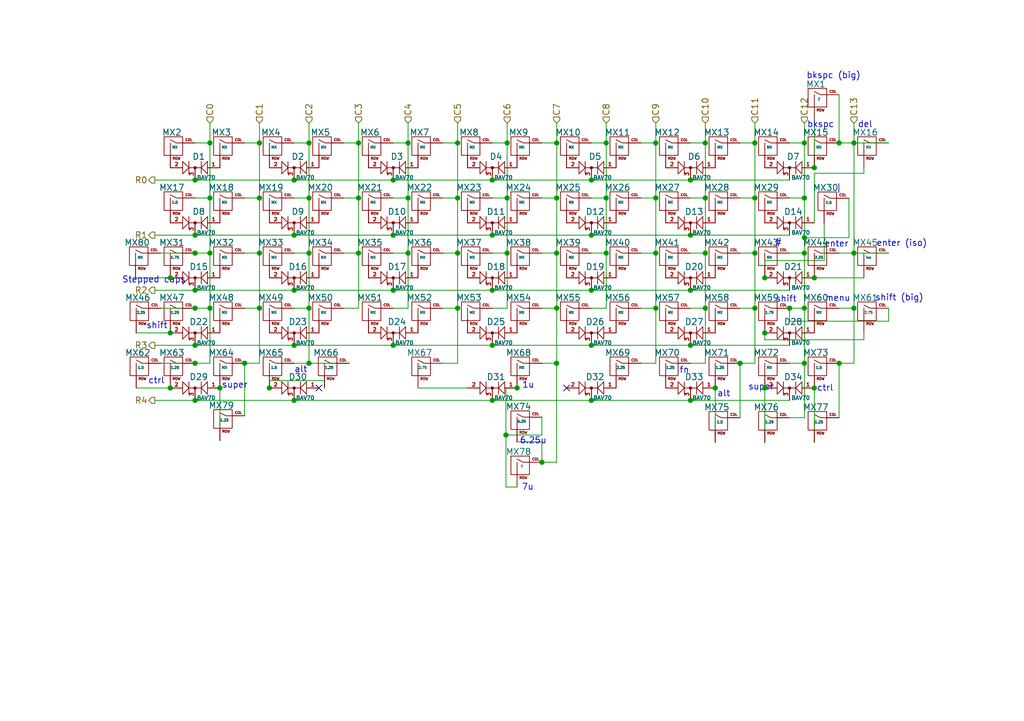
<source format=kicad_sch>
(kicad_sch (version 20230121) (generator eeschema)
  (paper "A5")
  (title_block (title "Switch Matrix") (date "2021-09-14") (rev "1.0") (company "0xCB") (comment 1 "Conor Burns"))
  (lib_symbols
    (symbol "0xCB:BAV70" (pin_names (offset 0.762) hide)
      (property "Reference" "D" (at 0.635 -2.54 0))
      (property "Value" "BAV70" (at 0 2.54 0))
      (symbol "BAV70_0_1"
        (polyline (pts (xy -1.27 1.27) (xy -1.27 -1.27)))
        (polyline (pts (xy 1.27 0) (xy -1.27 0)))
        (polyline (pts (xy 1.27 1.27) (xy 1.27 -1.27)))
        (polyline (pts (xy -2.54 1.27) (xy -2.54 -1.27) (xy -1.27 0) (xy -2.54 1.27)))
        (polyline (pts (xy 2.54 1.27) (xy 2.54 -1.27) (xy 1.27 0) (xy 2.54 1.27)))
        (circle (center 0 0) (radius 0.254) (fill (type outline)))
      )
      (symbol "BAV70_1_1"
        (pin input line (at -5.08 0 0) (length 2.54) (name "A1") (number "1"))
        (pin input line (at 5.08 0 180) (length 2.54) (name "A2") (number "2"))
        (pin passive line (at 0 -2.54 90) (length 2.54) (name "K") (number "3"))
      )
    )
    (symbol "0xCB:MX" (pin_names (offset 1.016))
      (property "Reference" "MX" (at -0.635 1.905 0))
      (property "Value" "MX" (at 0.635 0.635 0))
      (symbol "MX_1_0"
        (text "COL" (at 2.54 0.635 0) (effects (font (size 0.508 0.508))))
      )
      (symbol "MX_1_1"
        (polyline (pts (xy -1.27 -2.54) (xy -1.27 0)))
        (polyline (pts (xy 1.27 0) (xy 0 0) (xy -1.27 0.635)))
        (polyline (pts (xy -2.54 1.27) (xy 1.27 1.27) (xy 1.27 -2.54) (xy -2.54 -2.54) (xy -2.54 1.27)))
        (text "ROW" (at 0 -3.175 0) (effects (font (size 0.508 0.508))))
        (pin passive line (at 3.81 0 180) (length 2.54) (name "COL") (number "1"))
        (pin passive line (at -1.27 -5.08 90) (length 2.54) (name "ROW") (number "2"))
      )
    )
  )
  (junction (at 121.285 36.957))
  (junction (at 164.973 29.337))
  (junction (at 83.693 29.337))
  (junction (at 164.973 48.768))
  (junction (at 114.173 51.943))
  (junction (at 100.965 70.866))
  (junction (at 40.005 70.866))
  (junction (at 80.645 36.957))
  (junction (at 114.173 40.64))
  (junction (at 167.005 34.417))
  (junction (at 164.973 63.246))
  (junction (at 154.813 40.64))
  (junction (at 156.845 68.326))
  (junction (at 100.965 48.26))
  (junction (at 73.533 29.337))
  (junction (at 141.605 82.169))
  (junction (at 100.965 82.169))
  (junction (at 100.965 36.957))
  (junction (at 144.653 40.64))
  (junction (at 40.005 59.563))
  (junction (at 104.013 29.337))
  (junction (at 124.333 40.64))
  (junction (at 63.373 29.337))
  (junction (at 40.005 51.943))
  (junction (at 34.925 79.629))
  (junction (at 34.925 68.326))
  (junction (at 40.005 63.246))
  (junction (at 172.085 29.337))
  (junction (at 141.605 36.957))
  (junction (at 151.765 74.549))
  (junction (at 144.653 29.337))
  (junction (at 50.165 74.549))
  (junction (at 121.285 48.26))
  (junction (at 134.493 51.943))
  (junction (at 53.213 63.246))
  (junction (at 43.053 40.64))
  (junction (at 156.845 79.629))
  (junction (at 55.245 79.629))
  (junction (at 134.493 40.64))
  (junction (at 124.333 29.337))
  (junction (at 106.045 79.629))
  (junction (at 141.605 70.866))
  (junction (at 124.333 51.943))
  (junction (at 93.853 29.337))
  (junction (at 134.493 29.337))
  (junction (at 43.053 29.337))
  (junction (at 43.053 63.246))
  (junction (at 114.1454 74.549))
  (junction (at 40.005 36.957))
  (junction (at 161.925 63.246))
  (junction (at 175.133 29.337))
  (junction (at 60.325 70.866))
  (junction (at 100.965 59.563))
  (junction (at 45.085 79.629))
  (junction (at 154.813 51.943))
  (junction (at 53.213 29.337))
  (junction (at 73.533 40.64))
  (junction (at 83.693 51.943))
  (junction (at 121.285 59.563))
  (junction (at 103.759 89.281))
  (junction (at 141.605 59.563))
  (junction (at 154.813 63.246))
  (junction (at 60.325 36.957))
  (junction (at 83.693 40.64))
  (junction (at 164.973 51.943))
  (junction (at 63.373 74.549))
  (junction (at 134.493 63.246))
  (junction (at 73.533 51.943))
  (junction (at 60.325 82.169))
  (junction (at 53.213 51.943))
  (junction (at 121.285 82.169))
  (junction (at 34.925 57.023))
  (junction (at 144.653 51.943))
  (junction (at 93.853 63.246))
  (junction (at 43.053 51.943))
  (junction (at 175.133 51.943))
  (junction (at 167.005 57.023))
  (junction (at 141.605 48.26))
  (junction (at 156.845 57.023))
  (junction (at 144.653 63.246))
  (junction (at 93.853 51.943))
  (junction (at 104.013 51.943))
  (junction (at 40.005 74.549))
  (junction (at 111.125 94.869))
  (junction (at 172.085 74.549))
  (junction (at 114.173 63.246))
  (junction (at 63.373 63.246))
  (junction (at 104.013 40.64))
  (junction (at 40.005 82.169))
  (junction (at 167.005 79.629))
  (junction (at 93.853 40.64))
  (junction (at 164.973 74.549))
  (junction (at 121.285 70.866))
  (junction (at 164.973 40.64))
  (junction (at 80.645 70.866))
  (junction (at 60.325 59.563))
  (junction (at 114.173 29.337))
  (junction (at 175.133 63.246))
  (junction (at 63.373 51.943))
  (junction (at 154.813 29.337))
  (junction (at 63.373 40.64))
  (junction (at 53.213 40.64))
  (junction (at 146.685 79.629))
  (junction (at 80.645 48.26))
  (junction (at 40.005 48.26))
  (junction (at 60.325 48.26))
  (junction (at 80.645 59.563))
  (no_connect (at 116.205 79.629))
  (no_connect (at 65.405 79.629))
  (wire (pts (xy 141.605 36.957) (xy 161.925 36.957)))
  (wire (pts (xy 93.853 51.943) (xy 90.805 51.943)))
  (wire (pts (xy 114.173 40.64) (xy 114.173 29.337)))
  (wire (pts (xy 63.373 40.64) (xy 63.373 29.337)))
  (wire (pts (xy 93.853 51.943) (xy 93.853 40.64)))
  (wire (pts (xy 167.005 57.023) (xy 177.165 57.023)))
  (wire (pts (xy 63.373 29.337) (xy 60.325 29.337)))
  (wire (pts (xy 43.053 51.943) (xy 40.005 51.943)))
  (wire (pts (xy 63.373 63.246) (xy 63.373 51.943)))
  (wire (pts (xy 134.493 74.549) (xy 134.493 63.246)))
  (wire (pts (xy 144.653 51.943) (xy 144.653 40.64)))
  (wire (pts (xy 114.173 51.943) (xy 111.125 51.943)))
  (wire (pts (xy 33.02 74.549) (xy 40.005 74.549)))
  (wire (pts (xy 40.005 36.957) (xy 60.325 36.957)))
  (wire (pts (xy 164.973 40.64) (xy 164.973 29.337)))
  (wire (pts (xy 60.325 82.169) (xy 100.965 82.169)))
  (wire (pts (xy 141.605 59.563) (xy 161.925 59.563)))
  (wire (pts (xy 167.005 35.56) (xy 167.005 45.72)))
  (wire (pts (xy 175.133 74.549) (xy 175.133 63.246)))
  (wire (pts (xy 103.759 79.629) (xy 103.759 89.281)))
  (wire (pts (xy 103.759 79.629) (xy 106.045 79.629)))
  (wire (pts (xy 103.759 99.949) (xy 103.759 89.281)))
  (wire (pts (xy 106.045 99.949) (xy 103.759 99.949)))
  (wire (pts (xy 161.925 65.913) (xy 161.925 63.246)))
  (wire (pts (xy 182.245 63.246) (xy 182.245 65.913)))
  (wire (pts (xy 182.245 65.913) (xy 161.925 65.913)))
  (wire (pts (xy 167.005 24.511) (xy 167.005 34.417)))
  (wire (pts (xy 100.965 70.866) (xy 80.645 70.866)))
  (wire (pts (xy 53.213 51.943) (xy 53.213 40.64)))
  (wire (pts (xy 144.653 63.246) (xy 144.653 51.943)))
  (wire (pts (xy 175.133 29.337) (xy 182.245 29.337)))
  (wire (pts (xy 27.94 79.629) (xy 34.925 79.629)))
  (wire (pts (xy 60.325 59.563) (xy 80.645 59.563)))
  (wire (pts (xy 111.125 40.64) (xy 114.173 40.64)))
  (wire (pts (xy 141.605 74.549) (xy 144.653 74.549)))
  (wire (pts (xy 144.653 74.549) (xy 144.653 63.246)))
  (wire (pts (xy 144.653 29.337) (xy 141.605 29.337)))
  (wire (pts (xy 104.013 63.246) (xy 104.013 51.943)))
  (wire (pts (xy 161.925 48.26) (xy 141.605 48.26)))
  (wire (pts (xy 104.013 25.273) (xy 104.013 29.337)))
  (wire (pts (xy 83.693 51.943) (xy 80.645 51.943)))
  (wire (pts (xy 93.853 63.246) (xy 93.853 51.943)))
  (wire (pts (xy 43.053 74.549) (xy 43.053 63.246)))
  (wire (pts (xy 73.533 29.337) (xy 70.485 29.337)))
  (wire (pts (xy 104.013 51.943) (xy 104.013 40.64)))
  (wire (pts (xy 154.813 29.337) (xy 151.765 29.337)))
  (wire (pts (xy 100.965 36.957) (xy 121.285 36.957)))
  (wire (pts (xy 31.75 82.169) (xy 40.005 82.169)))
  (wire (pts (xy 124.333 51.943) (xy 121.285 51.943)))
  (wire (pts (xy 40.005 70.866) (xy 31.75 70.866)))
  (wire (pts (xy 154.813 25.273) (xy 154.813 29.337)))
  (wire (pts (xy 103.759 89.281) (xy 111.125 89.281)))
  (wire (pts (xy 53.213 74.549) (xy 50.165 74.549)))
  (wire (pts (xy 50.165 63.246) (xy 53.213 63.246)))
  (wire (pts (xy 93.853 25.273) (xy 93.853 29.337)))
  (wire (pts (xy 121.285 59.563) (xy 141.605 59.563)))
  (wire (pts (xy 27.94 68.326) (xy 34.925 68.326)))
  (wire (pts (xy 175.133 63.246) (xy 175.133 51.943)))
  (wire (pts (xy 154.813 74.549) (xy 154.813 63.246)))
  (wire (pts (xy 43.053 29.337) (xy 40.005 29.337)))
  (wire (pts (xy 93.853 29.337) (xy 90.805 29.337)))
  (wire (pts (xy 141.605 48.26) (xy 121.285 48.26)))
  (wire (pts (xy 161.925 51.943) (xy 164.973 51.943)))
  (wire (pts (xy 172.085 19.431) (xy 172.085 29.337)))
  (wire (pts (xy 100.965 63.246) (xy 104.013 63.246)))
  (wire (pts (xy 164.973 40.64) (xy 164.973 48.768)))
  (wire (pts (xy 164.973 48.768) (xy 164.973 51.943)))
  (wire (pts (xy 164.973 51.943) (xy 164.973 63.246)))
  (wire (pts (xy 131.445 63.246) (xy 134.493 63.246)))
  (wire (pts (xy 73.533 51.943) (xy 73.533 40.64)))
  (wire (pts (xy 154.813 51.943) (xy 154.813 40.64)))
  (wire (pts (xy 43.053 40.64) (xy 43.053 29.337)))
  (wire (pts (xy 121.285 70.866) (xy 100.965 70.866)))
  (wire (pts (xy 83.693 25.273) (xy 83.693 29.337)))
  (wire (pts (xy 40.005 59.563) (xy 60.325 59.563)))
  (wire (pts (xy 146.685 79.629) (xy 146.685 90.805)))
  (wire (pts (xy 73.533 40.64) (xy 73.533 29.337)))
  (wire (pts (xy 50.165 40.64) (xy 53.213 40.64)))
  (wire (pts (xy 156.845 69.723) (xy 156.845 68.326)))
  (wire (pts (xy 177.165 68.326) (xy 177.165 69.723)))
  (wire (pts (xy 177.165 69.723) (xy 156.845 69.723)))
  (wire (pts (xy 144.653 40.64) (xy 144.653 29.337)))
  (wire (pts (xy 114.1454 74.549) (xy 111.125 74.549)))
  (wire (pts (xy 114.173 74.549) (xy 114.1454 74.549)))
  (wire (pts (xy 80.645 63.246) (xy 83.693 63.246)))
  (wire (pts (xy 31.75 36.957) (xy 40.005 36.957)))
  (wire (pts (xy 60.325 36.957) (xy 80.645 36.957)))
  (wire (pts (xy 134.493 63.246) (xy 134.493 51.943)))
  (wire (pts (xy 175.133 25.273) (xy 175.133 29.337)))
  (wire (pts (xy 55.245 78.105) (xy 55.245 79.629)))
  (wire (pts (xy 66.548 78.105) (xy 55.245 78.105)))
  (wire (pts (xy 66.548 79.629) (xy 66.548 78.105)))
  (wire (pts (xy 175.133 74.549) (xy 172.085 74.549)))
  (wire (pts (xy 177.165 34.417) (xy 177.165 35.56)))
  (wire (pts (xy 177.165 35.56) (xy 167.005 35.56)))
  (wire (pts (xy 83.693 40.64) (xy 83.693 29.337)))
  (wire (pts (xy 172.085 74.549) (xy 172.085 85.725)))
  (wire (pts (xy 121.285 40.64) (xy 124.333 40.64)))
  (wire (pts (xy 32.893 51.943) (xy 40.005 51.943)))
  (wire (pts (xy 154.813 63.246) (xy 154.813 51.943)))
  (wire (pts (xy 141.605 63.246) (xy 144.653 63.246)))
  (wire (pts (xy 151.765 63.246) (xy 154.813 63.246)))
  (wire (pts (xy 73.533 63.246) (xy 73.533 51.943)))
  (wire (pts (xy 121.285 48.26) (xy 100.965 48.26)))
  (wire (pts (xy 124.333 40.64) (xy 124.333 29.337)))
  (wire (pts (xy 161.925 63.246) (xy 164.973 63.246)))
  (wire (pts (xy 154.813 74.549) (xy 151.765 74.549)))
  (wire (pts (xy 53.213 25.273) (xy 53.213 29.337)))
  (wire (pts (xy 80.645 70.866) (xy 60.325 70.866)))
  (wire (pts (xy 73.533 25.273) (xy 73.533 29.337)))
  (wire (pts (xy 60.325 70.866) (xy 40.005 70.866)))
  (wire (pts (xy 104.013 29.337) (xy 100.965 29.337)))
  (wire (pts (xy 104.013 51.943) (xy 100.965 51.943)))
  (wire (pts (xy 93.853 40.64) (xy 93.853 29.337)))
  (wire (pts (xy 154.813 40.64) (xy 154.813 29.337)))
  (wire (pts (xy 144.653 51.943) (xy 141.605 51.943)))
  (wire (pts (xy 134.493 51.943) (xy 131.445 51.943)))
  (wire (pts (xy 100.965 48.26) (xy 80.645 48.26)))
  (wire (pts (xy 114.173 25.273) (xy 114.173 29.337)))
  (wire (pts (xy 85.725 79.629) (xy 95.885 79.629)))
  (wire (pts (xy 172.085 63.246) (xy 175.133 63.246)))
  (wire (pts (xy 43.053 51.943) (xy 43.053 40.64)))
  (wire (pts (xy 134.493 51.943) (xy 134.493 40.64)))
  (wire (pts (xy 53.213 40.64) (xy 53.213 29.337)))
  (wire (pts (xy 60.325 40.64) (xy 63.373 40.64)))
  (wire (pts (xy 131.445 40.64) (xy 134.493 40.64)))
  (wire (pts (xy 63.373 25.273) (xy 63.373 29.337)))
  (wire (pts (xy 161.925 40.64) (xy 164.973 40.64)))
  (wire (pts (xy 134.493 40.64) (xy 134.493 29.337)))
  (wire (pts (xy 131.445 74.549) (xy 134.493 74.549)))
  (wire (pts (xy 114.173 63.246) (xy 114.173 51.943)))
  (wire (pts (xy 175.133 29.337) (xy 175.133 51.943)))
  (wire (pts (xy 63.373 51.943) (xy 60.325 51.943)))
  (wire (pts (xy 104.013 40.64) (xy 104.013 29.337)))
  (wire (pts (xy 151.765 40.64) (xy 154.813 40.64)))
  (wire (pts (xy 111.125 89.281) (xy 111.125 85.598)))
  (wire (pts (xy 144.653 25.273) (xy 144.653 29.337)))
  (wire (pts (xy 121.285 63.246) (xy 124.333 63.246)))
  (wire (pts (xy 100.965 40.64) (xy 104.013 40.64)))
  (wire (pts (xy 175.133 29.337) (xy 172.085 29.337)))
  (wire (pts (xy 43.053 25.273) (xy 43.053 29.337)))
  (wire (pts (xy 53.213 29.337) (xy 50.165 29.337)))
  (wire (pts (xy 111.125 94.869) (xy 114.1454 94.869)))
  (wire (pts (xy 114.1454 94.869) (xy 114.1454 74.549)))
  (wire (pts (xy 114.173 29.337) (xy 111.125 29.337)))
  (wire (pts (xy 31.75 59.563) (xy 40.005 59.563)))
  (wire (pts (xy 80.645 48.26) (xy 60.325 48.26)))
  (wire (pts (xy 141.605 70.866) (xy 121.285 70.866)))
  (wire (pts (xy 80.645 36.957) (xy 100.965 36.957)))
  (wire (pts (xy 114.173 51.943) (xy 114.173 40.64)))
  (wire (pts (xy 175.133 51.943) (xy 172.085 51.943)))
  (wire (pts (xy 167.005 79.629) (xy 167.005 90.805)))
  (wire (pts (xy 63.373 74.549) (xy 63.373 63.246)))
  (wire (pts (xy 33.02 63.246) (xy 40.005 63.246)))
  (wire (pts (xy 40.005 63.246) (xy 43.053 63.246)))
  (wire (pts (xy 151.765 74.549) (xy 151.765 85.725)))
  (wire (pts (xy 124.333 25.273) (xy 124.333 29.337)))
  (wire (pts (xy 124.333 51.943) (xy 124.333 40.64)))
  (wire (pts (xy 90.805 63.246) (xy 93.853 63.246)))
  (wire (pts (xy 63.373 51.943) (xy 63.373 40.64)))
  (wire (pts (xy 43.053 63.246) (xy 43.053 51.943)))
  (wire (pts (xy 40.005 82.169) (xy 60.325 82.169)))
  (wire (pts (xy 161.925 85.725) (xy 164.973 85.725)))
  (wire (pts (xy 164.973 85.725) (xy 164.973 74.549)))
  (wire (pts (xy 100.965 59.563) (xy 121.285 59.563)))
  (wire (pts (xy 60.325 74.549) (xy 63.373 74.549)))
  (wire (pts (xy 63.373 74.549) (xy 71.628 74.549)))
  (wire (pts (xy 83.693 63.246) (xy 83.693 51.943)))
  (wire (pts (xy 164.973 48.768) (xy 174.1025 48.768)))
  (wire (pts (xy 174.1025 48.768) (xy 174.1025 40.6775)))
  (wire (pts (xy 141.605 82.169) (xy 161.925 82.169)))
  (wire (pts (xy 90.805 40.64) (xy 93.853 40.64)))
  (wire (pts (xy 124.333 63.246) (xy 124.333 51.943)))
  (wire (pts (xy 73.533 51.943) (xy 70.485 51.943)))
  (wire (pts (xy 161.925 70.866) (xy 141.605 70.866)))
  (wire (pts (xy 141.605 40.64) (xy 144.653 40.64)))
  (wire (pts (xy 83.693 51.943) (xy 83.693 40.64)))
  (wire (pts (xy 156.845 79.629) (xy 156.845 90.805)))
  (wire (pts (xy 27.813 57.023) (xy 34.925 57.023)))
  (wire (pts (xy 80.645 40.64) (xy 83.693 40.64)))
  (wire (pts (xy 100.965 82.169) (xy 121.285 82.169)))
  (wire (pts (xy 121.285 82.169) (xy 141.605 82.169)))
  (wire (pts (xy 164.973 74.549) (xy 164.973 63.246)))
  (wire (pts (xy 83.693 29.337) (xy 80.645 29.337)))
  (wire (pts (xy 40.005 40.64) (xy 43.053 40.64)))
  (wire (pts (xy 124.333 29.337) (xy 121.285 29.337)))
  (wire (pts (xy 164.973 74.549) (xy 161.925 74.549)))
  (wire (pts (xy 134.493 29.337) (xy 131.445 29.337)))
  (wire (pts (xy 70.485 40.64) (xy 73.533 40.64)))
  (wire (pts (xy 164.973 29.337) (xy 161.925 29.337)))
  (wire (pts (xy 90.805 74.549) (xy 93.853 74.549)))
  (wire (pts (xy 93.853 74.549) (xy 93.853 63.246)))
  (wire (pts (xy 121.285 36.957) (xy 141.605 36.957)))
  (wire (pts (xy 169.037 45.7575) (xy 169.0225 45.7575)))
  (wire (pts (xy 169.037 53.467) (xy 169.037 45.7575)))
  (wire (pts (xy 40.005 48.26) (xy 31.75 48.26)))
  (wire (pts (xy 60.325 63.246) (xy 63.373 63.246)))
  (wire (pts (xy 134.493 25.273) (xy 134.493 29.337)))
  (wire (pts (xy 70.485 63.246) (xy 73.533 63.246)))
  (wire (pts (xy 111.125 63.246) (xy 114.173 63.246)))
  (wire (pts (xy 114.173 74.549) (xy 114.173 63.246)))
  (wire (pts (xy 164.973 25.273) (xy 164.973 29.337)))
  (wire (pts (xy 106.045 90.678) (xy 111.125 90.678)))
  (wire (pts (xy 111.125 90.678) (xy 111.125 94.869)))
  (wire (pts (xy 175.133 51.943) (xy 182.245 51.943)))
  (wire (pts (xy 53.213 51.943) (xy 53.213 63.246)))
  (wire (pts (xy 53.213 63.246) (xy 53.213 74.549)))
  (wire (pts (xy 43.053 74.549) (xy 40.005 74.549)))
  (wire (pts (xy 156.845 53.467) (xy 156.845 57.023)))
  (wire (pts (xy 169.037 53.467) (xy 156.845 53.467)))
  (wire (pts (xy 45.085 79.629) (xy 45.085 90.424)))
  (wire (pts (xy 53.213 51.943) (xy 50.165 51.943)))
  (wire (pts (xy 60.325 48.26) (xy 40.005 48.26)))
  (wire (pts (xy 50.165 74.549) (xy 50.165 85.344)))
  (wire (pts (xy 154.813 51.943) (xy 151.765 51.943)))
  (wire (pts (xy 80.645 59.563) (xy 100.965 59.563)))
  (text "#" (at 158.877 50.673 0) (effects (font (size 1.27 1.27)) (justify left bottom)))
  (text "super" (at 153.416 80.264 0) (effects (font (size 1.27 1.27)) (justify left bottom)))
  (text "|" (at 171.323 39.497 0) (effects (font (size 1.27 1.27)) (justify left bottom)))
  (text "del\n" (at 175.895 26.416 0) (effects (font (size 1.27 1.27)) (justify left bottom)))
  (text "alt" (at 60.325 76.708 0) (effects (font (size 1.27 1.27)) (justify left bottom)))
  (text "super" (at 45.466 79.883 0) (effects (font (size 1.27 1.27)) (justify left bottom)))
  (text "bkspc\n" (at 165.481 26.416 0) (effects (font (size 1.27 1.27)) (justify left bottom)))
  (text "enter" (at 169.037 50.927 0) (effects (font (size 1.27 1.27)) (justify left bottom)))
  (text "fn" (at 139.319 76.835 0) (effects (font (size 1.27 1.27)) (justify left bottom)))
  (text "menu" (at 169.164 62.103 0) (effects (font (size 1.27 1.27)) (justify left bottom)))
  (text "ctrl" (at 167.513 80.518 0) (effects (font (size 1.27 1.27)) (justify left bottom)))
  (text "7u\n" (at 106.934 100.838 0) (effects (font (size 1.27 1.27)) (justify left bottom)))
  (text "enter (iso)" (at 179.705 50.8 0) (effects (font (size 1.27 1.27)) (justify left bottom)))
  (text "shift\n" (at 159.004 62.23 0) (effects (font (size 1.27 1.27)) (justify left bottom)))
  (text "ctrl" (at 30.353 78.994 0) (effects (font (size 1.27 1.27)) (justify left bottom)))
  (text "6.25u" (at 106.553 91.313 0) (effects (font (size 1.27 1.27)) (justify left bottom)))
  (text "alt" (at 147.066 81.661 0) (effects (font (size 1.27 1.27)) (justify left bottom)))
  (text "1u" (at 107.061 79.883 0) (effects (font (size 1.27 1.27)) (justify left bottom)))
  (text "shift (big)" (at 179.451 61.976 0) (effects (font (size 1.27 1.27)) (justify left bottom)))
  (text "shift" (at 29.972 67.691 0) (effects (font (size 1.27 1.27)) (justify left bottom)))
  (text "Stepped caps" (at 25.019 58.293 0) (effects (font (size 1.27 1.27)) (justify left bottom)))
  (text "bkspc (big)\n\n" (at 165.354 18.415 0) (effects (font (size 1.27 1.27)) (justify left bottom)))
  (hierarchical_label "R0" (shape output) (at 31.75 36.957 180))
  (hierarchical_label "C4" (shape input) (at 83.693 25.273 90))
  (hierarchical_label "C3" (shape input) (at 73.533 25.273 90))
  (hierarchical_label "R1" (shape output) (at 31.75 48.26 180))
  (hierarchical_label "C0" (shape input) (at 43.053 25.273 90))
  (hierarchical_label "R2" (shape output) (at 31.75 59.563 180))
  (hierarchical_label "C7" (shape input) (at 114.173 25.273 90))
  (hierarchical_label "C1" (shape input) (at 53.213 25.273 90))
  (hierarchical_label "R4" (shape output) (at 31.75 82.169 180))
  (hierarchical_label "C10" (shape input) (at 144.653 25.273 90))
  (hierarchical_label "C9" (shape input) (at 134.493 25.273 90))
  (hierarchical_label "C13" (shape input) (at 175.133 25.273 90))
  (hierarchical_label "R3" (shape output) (at 31.75 70.866 180))
  (hierarchical_label "C12" (shape input) (at 164.973 25.273 90))
  (hierarchical_label "C5" (shape input) (at 93.853 25.273 90))
  (hierarchical_label "C2" (shape input) (at 63.373 25.273 90))
  (hierarchical_label "C11" (shape input) (at 154.813 25.273 90))
  (hierarchical_label "C6" (shape input) (at 104.013 25.273 90))
  (hierarchical_label "C8" (shape input) (at 124.333 25.273 90))
  (symbol (lib_id "0xCB:BAV70") (at 80.645 57.023 0) (mirror y) (unit 1)
    (property "Reference" "D17" (at 81.407 54.737 0))
    (property "Value" "BAV70" (at 82.931 59.055 0) (effects (font (size 0.8 0.8))))
    (property "Footprint" "Package_TO_SOT_SMD:SOT-23" (effects hide))
    (property "Datasheet" "https://assets.nexperia.com/documents/data-sheet/BAV70_SER.pdf" (effects hide))
  )
  (symbol (lib_id "0xCB:BAV70") (at 60.325 34.417 0) (mirror y) (unit 1)
    (property "Reference" "D2" (at 61.087 32.131 0))
    (property "Value" "BAV70" (at 62.611 36.449 0) (effects (font (size 0.8 0.8))))
    (property "Footprint" "Package_TO_SOT_SMD:SOT-23" (effects hide))
    (property "Datasheet" "https://assets.nexperia.com/documents/data-sheet/BAV70_SER.pdf" (effects hide))
  )
  (symbol (lib_id "0xCB:BAV70") (at 80.645 34.417 0) (mirror y) (unit 1)
    (property "Reference" "D3" (at 81.407 32.131 0))
    (property "Value" "BAV70" (at 82.931 36.449 0) (effects (font (size 0.8 0.8))))
    (property "Footprint" "Package_TO_SOT_SMD:SOT-23" (effects hide))
    (property "Datasheet" "https://assets.nexperia.com/documents/data-sheet/BAV70_SER.pdf" (effects hide))
  )
  (symbol (lib_id "0xCB:MX") (at 117.475 63.246 0) (unit 1)
    (property "Reference" "MX55" (at 116.5225 61.087 0))
    (property "Value" "MX" (at 117.1575 64.135 0) (effects (font (size 0.508 0.508))))
    (property "Footprint" "0xCB:SW_Cherry_MX_PCB_1.00u" (effects hide))
  )
  (symbol (lib_id "0xCB:BAV70") (at 141.605 79.629 0) (mirror y) (unit 1)
    (property "Reference" "D33" (at 142.367 77.343 0))
    (property "Value" "BAV70" (at 143.891 81.661 0) (effects (font (size 0.8 0.8))))
    (property "Footprint" "Package_TO_SOT_SMD:SOT-23" (effects hide))
    (property "Datasheet" "https://assets.nexperia.com/documents/data-sheet/BAV70_SER.pdf" (effects hide))
  )
  (symbol (lib_id "0xCB:MX") (at 97.155 63.246 0) (unit 1)
    (property "Reference" "MX53" (at 96.2025 61.087 0))
    (property "Value" "MX" (at 96.8375 64.135 0) (effects (font (size 0.508 0.508))))
    (property "Footprint" "0xCB:SW_Cherry_MX_PCB_1.00u" (effects hide))
  )
  (symbol (lib_id "0xCB:MX") (at 158.115 63.246 0) (unit 1)
    (property "Reference" "MX59" (at 157.1625 61.087 0))
    (property "Value" "1.75" (at 157.7975 64.135 0) (effects (font (size 0.508 0.508))))
    (property "Footprint" "0xCB:SW_Cherry_MX_PCB_1.75u" (effects hide))
  )
  (symbol (lib_id "0xCB:MX") (at 178.435 29.337 0) (unit 1)
    (property "Reference" "MX16" (at 177.4825 27.178 0))
    (property "Value" "MX" (at 178.1175 30.226 0) (effects (font (size 0.508 0.508))))
    (property "Footprint" "0xCB:SW_Cherry_MX_PCB_1.00u" (effects hide))
  )
  (symbol (lib_id "0xCB:MX") (at 56.515 63.246 0) (unit 1)
    (property "Reference" "MX49" (at 55.5625 61.087 0))
    (property "Value" "MX" (at 56.1975 64.135 0) (effects (font (size 0.508 0.508))))
    (property "Footprint" "0xCB:SW_Cherry_MX_PCB_1.00u" (effects hide))
  )
  (symbol (lib_id "0xCB:MX") (at 36.195 51.943 0) (unit 1)
    (property "Reference" "MX31" (at 35.2425 49.784 0))
    (property "Value" "1.75" (at 35.8775 52.832 0) (effects (font (size 0.508 0.508))))
    (property "Footprint" "0xCB:SW_Cherry_MX_PCB_1.75u" (effects hide))
  )
  (symbol (lib_id "0xCB:MX") (at 97.155 29.337 0) (unit 1)
    (property "Reference" "MX8" (at 96.2025 27.178 0))
    (property "Value" "MX" (at 96.8375 30.226 0) (effects (font (size 0.508 0.508))))
    (property "Footprint" "0xCB:SW_Cherry_MX_PCB_1.00u" (effects hide))
  )
  (symbol (lib_id "0xCB:MX") (at 117.475 29.337 0) (unit 1)
    (property "Reference" "MX10" (at 116.5225 27.178 0))
    (property "Value" "MX" (at 117.1575 30.226 0) (effects (font (size 0.508 0.508))))
    (property "Footprint" "0xCB:SW_Cherry_MX_PCB_1.00u" (effects hide))
  )
  (symbol (lib_id "0xCB:BAV70") (at 100.965 57.023 0) (mirror y) (unit 1)
    (property "Reference" "D18" (at 101.727 54.737 0))
    (property "Value" "BAV70" (at 103.251 59.055 0) (effects (font (size 0.8 0.8))))
    (property "Footprint" "Package_TO_SOT_SMD:SOT-23" (effects hide))
    (property "Datasheet" "https://assets.nexperia.com/documents/data-sheet/BAV70_SER.pdf" (effects hide))
  )
  (symbol (lib_id "0xCB:MX") (at 66.675 51.943 0) (unit 1)
    (property "Reference" "MX34" (at 65.7225 49.784 0))
    (property "Value" "MX" (at 66.3575 52.832 0) (effects (font (size 0.508 0.508))))
    (property "Footprint" "0xCB:SW_Cherry_MX_PCB_1.00u" (effects hide))
  )
  (symbol (lib_id "0xCB:BAV70") (at 141.605 68.326 0) (mirror y) (unit 1)
    (property "Reference" "D27" (at 142.367 66.04 0))
    (property "Value" "BAV70" (at 143.891 70.358 0) (effects (font (size 0.8 0.8))))
    (property "Footprint" "Package_TO_SOT_SMD:SOT-23" (effects hide))
    (property "Datasheet" "https://assets.nexperia.com/documents/data-sheet/BAV70_SER.pdf" (effects hide))
  )
  (symbol (lib_id "0xCB:BAV70") (at 40.005 68.326 0) (mirror y) (unit 1)
    (property "Reference" "D22" (at 40.767 66.04 0))
    (property "Value" "BAV70" (at 42.291 70.358 0) (effects (font (size 0.8 0.8))))
    (property "Footprint" "Package_TO_SOT_SMD:SOT-23" (effects hide))
    (property "Datasheet" "https://assets.nexperia.com/documents/data-sheet/BAV70_SER.pdf" (effects hide))
  )
  (symbol (lib_id "0xCB:MX") (at 147.955 40.64 0) (unit 1)
    (property "Reference" "MX28" (at 147.0025 38.481 0))
    (property "Value" "MX" (at 147.6375 41.529 0) (effects (font (size 0.508 0.508))))
    (property "Footprint" "0xCB:SW_Cherry_MX_PCB_1.00u" (effects hide))
  )
  (symbol (lib_id "0xCB:BAV70") (at 60.325 79.629 0) (mirror y) (unit 1)
    (property "Reference" "D30" (at 61.087 77.343 0))
    (property "Value" "BAV70" (at 62.611 81.661 0) (effects (font (size 0.8 0.8))))
    (property "Footprint" "Package_TO_SOT_SMD:SOT-23" (effects hide))
    (property "Datasheet" "https://assets.nexperia.com/documents/data-sheet/BAV70_SER.pdf" (effects hide))
  )
  (symbol (lib_id "0xCB:MX") (at 158.115 85.725 0) (unit 1)
    (property "Reference" "MX76" (at 157.1625 83.566 0))
    (property "Value" "1.25" (at 157.7975 86.614 0) (effects (font (size 0.508 0.508))))
    (property "Footprint" "0xCB:SW_Cherry_MX_PCB_1.25u" (effects hide))
  )
  (symbol (lib_id "0xCB:MX") (at 158.115 29.337 0) (unit 1)
    (property "Reference" "MX14" (at 157.1625 27.178 0))
    (property "Value" "MX" (at 157.7975 30.226 0) (effects (font (size 0.508 0.508))))
    (property "Footprint" "0xCB:SW_Cherry_MX_PCB_1.00u" (effects hide))
  )
  (symbol (lib_id "0xCB:BAV70") (at 100.965 45.72 0) (mirror y) (unit 1)
    (property "Reference" "D11" (at 101.727 43.434 0))
    (property "Value" "BAV70" (at 103.251 47.752 0) (effects (font (size 0.8 0.8))))
    (property "Footprint" "Package_TO_SOT_SMD:SOT-23" (effects hide))
    (property "Datasheet" "https://assets.nexperia.com/documents/data-sheet/BAV70_SER.pdf" (effects hide))
  )
  (symbol (lib_id "0xCB:BAV70") (at 141.605 45.72 0) (mirror y) (unit 1)
    (property "Reference" "D13" (at 142.367 43.434 0))
    (property "Value" "BAV70" (at 143.891 47.752 0) (effects (font (size 0.8 0.8))))
    (property "Footprint" "Package_TO_SOT_SMD:SOT-23" (effects hide))
    (property "Datasheet" "https://assets.nexperia.com/documents/data-sheet/BAV70_SER.pdf" (effects hide))
  )
  (symbol (lib_id "0xCB:BAV70") (at 121.285 45.72 0) (mirror y) (unit 1)
    (property "Reference" "D12" (at 122.047 43.434 0))
    (property "Value" "BAV70" (at 123.571 47.752 0) (effects (font (size 0.8 0.8))))
    (property "Footprint" "Package_TO_SOT_SMD:SOT-23" (effects hide))
    (property "Datasheet" "https://assets.nexperia.com/documents/data-sheet/BAV70_SER.pdf" (effects hide))
  )
  (symbol (lib_id "0xCB:BAV70") (at 100.965 68.326 0) (mirror y) (unit 1)
    (property "Reference" "D25" (at 101.727 66.04 0))
    (property "Value" "BAV70" (at 103.251 70.358 0) (effects (font (size 0.8 0.8))))
    (property "Footprint" "Package_TO_SOT_SMD:SOT-23" (effects hide))
    (property "Datasheet" "https://assets.nexperia.com/documents/data-sheet/BAV70_SER.pdf" (effects hide))
  )
  (symbol (lib_id "0xCB:MX") (at 107.315 74.549 0) (unit 1)
    (property "Reference" "MX68" (at 106.3625 72.39 0))
    (property "Value" "MX" (at 106.9975 75.438 0) (effects (font (size 0.508 0.508))))
    (property "Footprint" "0xCB:SW_Cherry_MX_PCB_1.00u" (effects hide))
  )
  (symbol (lib_id "0xCB:MX") (at 76.835 63.246 0) (unit 1)
    (property "Reference" "MX51" (at 75.8825 61.087 0))
    (property "Value" "MX" (at 76.5175 64.135 0) (effects (font (size 0.508 0.508))))
    (property "Footprint" "0xCB:SW_Cherry_MX_PCB_1.00u" (effects hide))
  )
  (symbol (lib_id "0xCB:BAV70") (at 80.645 45.72 0) (mirror y) (unit 1)
    (property "Reference" "D10" (at 81.407 43.434 0))
    (property "Value" "BAV70" (at 82.931 47.752 0) (effects (font (size 0.8 0.8))))
    (property "Footprint" "Package_TO_SOT_SMD:SOT-23" (effects hide))
    (property "Datasheet" "https://assets.nexperia.com/documents/data-sheet/BAV70_SER.pdf" (effects hide))
  )
  (symbol (lib_id "0xCB:MX") (at 56.515 29.337 0) (unit 1)
    (property "Reference" "MX4" (at 55.5625 27.178 0))
    (property "Value" "MX" (at 56.1975 30.226 0) (effects (font (size 0.508 0.508))))
    (property "Footprint" "0xCB:SW_Cherry_MX_PCB_1.00u" (effects hide))
  )
  (symbol (lib_id "0xCB:MX") (at 158.115 51.943 0) (unit 1)
    (property "Reference" "MX43" (at 157.1625 49.784 0))
    (property "Value" "MX" (at 157.7975 52.832 0) (effects (font (size 0.508 0.508))))
    (property "Footprint" "0xCB:SW_Cherry_MX_PCB_1.00u" (effects hide))
  )
  (symbol (lib_id "0xCB:BAV70") (at 40.005 45.72 0) (mirror y) (unit 1)
    (property "Reference" "D8" (at 40.767 43.434 0))
    (property "Value" "BAV70" (at 42.291 47.752 0) (effects (font (size 0.8 0.8))))
    (property "Footprint" "Package_TO_SOT_SMD:SOT-23" (effects hide))
    (property "Datasheet" "https://assets.nexperia.com/documents/data-sheet/BAV70_SER.pdf" (effects hide))
  )
  (symbol (lib_id "0xCB:MX") (at 107.315 63.246 0) (unit 1)
    (property "Reference" "MX54" (at 106.3625 61.087 0))
    (property "Value" "MX" (at 106.9975 64.135 0) (effects (font (size 0.508 0.508))))
    (property "Footprint" "0xCB:SW_Cherry_MX_PCB_1.00u" (effects hide))
  )
  (symbol (lib_id "0xCB:MX") (at 86.995 40.64 0) (unit 1)
    (property "Reference" "MX22" (at 86.0425 38.481 0))
    (property "Value" "MX" (at 86.6775 41.529 0) (effects (font (size 0.508 0.508))))
    (property "Footprint" "0xCB:SW_Cherry_MX_PCB_1.00u" (effects hide))
  )
  (symbol (lib_id "0xCB:MX") (at 29.21 63.246 0) (unit 1)
    (property "Reference" "MX46" (at 28.2575 61.087 0))
    (property "Value" "2.25" (at 28.8925 64.135 0) (effects (font (size 0.508 0.508))))
    (property "Footprint" "0xCB:SW_Cherry_MX_PCB_2.25u" (effects hide))
  )
  (symbol (lib_id "0xCB:MX") (at 29.083 51.943 0) (unit 1)
    (property "Reference" "MX80" (at 28.1305 49.784 0))
    (property "Value" "MX" (at 28.7655 52.832 0) (effects (font (size 0.508 0.508))))
    (property "Footprint" "0xCB:SW_Cherry_MX_PCB_1.25u" (effects hide))
  )
  (symbol (lib_id "0xCB:MX") (at 97.155 51.943 0) (unit 1)
    (property "Reference" "MX37" (at 96.2025 49.784 0))
    (property "Value" "MX" (at 96.8375 52.832 0) (effects (font (size 0.508 0.508))))
    (property "Footprint" "0xCB:SW_Cherry_MX_PCB_1.00u" (effects hide))
  )
  (symbol (lib_id "0xCB:BAV70") (at 141.605 57.023 0) (mirror y) (unit 1)
    (property "Reference" "D20" (at 142.367 54.737 0))
    (property "Value" "BAV70" (at 143.891 59.055 0) (effects (font (size 0.8 0.8))))
    (property "Footprint" "Package_TO_SOT_SMD:SOT-23" (effects hide))
    (property "Datasheet" "https://assets.nexperia.com/documents/data-sheet/BAV70_SER.pdf" (effects hide))
  )
  (symbol (lib_id "0xCB:BAV70") (at 40.005 34.417 0) (mirror y) (unit 1)
    (property "Reference" "D1" (at 40.767 32.131 0))
    (property "Value" "BAV70" (at 42.291 36.449 0) (effects (font (size 0.8 0.8))))
    (property "Footprint" "Package_TO_SOT_SMD:SOT-23" (effects hide))
    (property "Datasheet" "https://assets.nexperia.com/documents/data-sheet/BAV70_SER.pdf" (effects hide))
  )
  (symbol (lib_id "0xCB:MX") (at 46.355 74.549 0) (unit 1)
    (property "Reference" "MX64" (at 45.4025 72.39 0))
    (property "Value" "MX" (at 46.0375 75.438 0) (effects (font (size 0.508 0.508))))
    (property "Footprint" "0xCB:SW_Cherry_MX_PCB_1.00u" (effects hide))
  )
  (symbol (lib_id "0xCB:MX") (at 76.835 40.64 0) (unit 1)
    (property "Reference" "MX21" (at 75.8825 38.481 0))
    (property "Value" "MX" (at 76.5175 41.529 0) (effects (font (size 0.508 0.508))))
    (property "Footprint" "0xCB:SW_Cherry_MX_PCB_1.00u" (effects hide))
  )
  (symbol (lib_id "0xCB:MX") (at 117.475 40.64 0) (unit 1)
    (property "Reference" "MX25" (at 116.5225 38.481 0))
    (property "Value" "MX" (at 117.1575 41.529 0) (effects (font (size 0.508 0.508))))
    (property "Footprint" "0xCB:SW_Cherry_MX_PCB_1.00u" (effects hide))
  )
  (symbol (lib_id "0xCB:MX") (at 36.195 40.64 0) (unit 1)
    (property "Reference" "MX17" (at 35.2425 38.481 0))
    (property "Value" "1.5" (at 35.8775 41.529 0) (effects (font (size 0.508 0.508))))
    (property "Footprint" "0xCB:SW_Cherry_MX_PCB_1.50u" (effects hide))
  )
  (symbol (lib_id "0xCB:MX") (at 36.195 74.549 0) (unit 1)
    (property "Reference" "MX63" (at 35.2425 72.39 0))
    (property "Value" "1.25" (at 35.8775 75.438 0) (effects (font (size 0.508 0.508))))
    (property "Footprint" "0xCB:SW_Cherry_MX_PCB_1.25u" (effects hide))
  )
  (symbol (lib_id "0xCB:MX") (at 107.315 85.598 0) (unit 1)
    (property "Reference" "MX74" (at 106.3625 83.439 0))
    (property "Value" "6.25" (at 106.9975 86.487 0) (effects (font (size 0.508 0.508))))
    (property "Footprint" "0xCB:SW_Cherry_MX_PCB_6.25u" (effects hide))
  )
  (symbol (lib_id "0xCB:MX") (at 46.355 51.943 0) (unit 1)
    (property "Reference" "MX32" (at 45.4025 49.784 0))
    (property "Value" "MX" (at 46.0375 52.832 0) (effects (font (size 0.508 0.508))))
    (property "Footprint" "0xCB:SW_Cherry_MX_PCB_1.00u" (effects hide))
  )
  (symbol (lib_id "0xCB:MX") (at 46.355 85.344 0) (unit 1)
    (property "Reference" "MX79" (at 45.4025 83.185 0))
    (property "Value" "1.25" (at 46.0375 86.233 0) (effects (font (size 0.508 0.508))))
    (property "Footprint" "0xCB:SW_Cherry_MX_PCB_1.25u" (effects hide))
  )
  (symbol (lib_id "0xCB:MX") (at 46.355 29.337 0) (unit 1)
    (property "Reference" "MX3" (at 45.4025 27.178 0))
    (property "Value" "MX" (at 46.0375 30.226 0) (effects (font (size 0.508 0.508))))
    (property "Footprint" "0xCB:SW_Cherry_MX_PCB_1.00u" (effects hide))
  )
  (symbol (lib_id "0xCB:MX") (at 66.675 40.64 0) (unit 1)
    (property "Reference" "MX20" (at 65.7225 38.481 0))
    (property "Value" "MX" (at 66.3575 41.529 0) (effects (font (size 0.508 0.508))))
    (property "Footprint" "0xCB:SW_Cherry_MX_PCB_1.00u" (effects hide))
  )
  (symbol (lib_id "0xCB:MX") (at 67.818 74.549 0) (unit 1)
    (property "Reference" "MX66" (at 66.8655 72.39 0))
    (property "Value" "1.25" (at 67.5005 75.438 0) (effects (font (size 0.508 0.508))))
    (property "Footprint" "0xCB:SW_Cherry_MX_PCB_1.25u" (effects hide))
  )
  (symbol (lib_id "0xCB:MX") (at 56.515 74.549 0) (unit 1)
    (property "Reference" "MX65" (at 55.5625 72.39 0))
    (property "Value" "1.5" (at 56.1975 75.438 0) (effects (font (size 0.508 0.508))))
    (property "Footprint" "0xCB:SW_Cherry_MX_PCB_1.50u" (effects hide))
  )
  (symbol (lib_id "0xCB:BAV70") (at 100.965 79.629 0) (mirror y) (unit 1)
    (property "Reference" "D31" (at 101.727 77.343 0))
    (property "Value" "BAV70" (at 103.251 81.661 0) (effects (font (size 0.8 0.8))))
    (property "Footprint" "Package_TO_SOT_SMD:SOT-23" (effects hide))
    (property "Datasheet" "https://assets.nexperia.com/documents/data-sheet/BAV70_SER.pdf" (effects hide))
  )
  (symbol (lib_id "0xCB:MX") (at 107.315 40.64 0) (unit 1)
    (property "Reference" "MX24" (at 106.3625 38.481 0))
    (property "Value" "MX" (at 106.9975 41.529 0) (effects (font (size 0.508 0.508))))
    (property "Footprint" "0xCB:SW_Cherry_MX_PCB_1.00u" (effects hide))
  )
  (symbol (lib_id "0xCB:MX") (at 46.355 40.64 0) (unit 1)
    (property "Reference" "MX18" (at 45.4025 38.481 0))
    (property "Value" "MX" (at 46.0375 41.529 0) (effects (font (size 0.508 0.508))))
    (property "Footprint" "0xCB:SW_Cherry_MX_PCB_1.00u" (effects hide))
  )
  (symbol (lib_id "0xCB:MX") (at 46.355 63.246 0) (unit 1)
    (property "Reference" "MX48" (at 45.4025 61.087 0))
    (property "Value" "MX" (at 46.0375 64.135 0) (effects (font (size 0.508 0.508))))
    (property "Footprint" "0xCB:SW_Cherry_MX_PCB_1.00u" (effects hide))
  )
  (symbol (lib_id "0xCB:BAV70") (at 121.285 68.326 0) (mirror y) (unit 1)
    (property "Reference" "D26" (at 122.047 66.04 0))
    (property "Value" "BAV70" (at 123.571 70.358 0) (effects (font (size 0.8 0.8))))
    (property "Footprint" "Package_TO_SOT_SMD:SOT-23" (effects hide))
    (property "Datasheet" "https://assets.nexperia.com/documents/data-sheet/BAV70_SER.pdf" (effects hide))
  )
  (symbol (lib_id "0xCB:MX") (at 170.2925 40.6775 0) (unit 1)
    (property "Reference" "MX30" (at 169.34 38.5185 0))
    (property "Value" "1.5" (at 169.975 41.5665 0) (effects (font (size 0.508 0.508))))
    (property "Footprint" "0xCB:SW_Cherry_MX_PCB_1.50u" (effects hide))
  )
  (symbol (lib_id "0xCB:MX") (at 137.795 74.549 0) (unit 1)
    (property "Reference" "MX70" (at 136.8425 72.39 0))
    (property "Value" "1.25" (at 137.4775 75.438 0) (effects (font (size 0.508 0.508))))
    (property "Footprint" "0xCB:SW_Cherry_MX_PCB_1.25u" (effects hide))
  )
  (symbol (lib_id "0xCB:MX") (at 56.515 51.943 0) (unit 1)
    (property "Reference" "MX33" (at 55.5625 49.784 0))
    (property "Value" "MX" (at 56.1975 52.832 0) (effects (font (size 0.508 0.508))))
    (property "Footprint" "0xCB:SW_Cherry_MX_PCB_1.00u" (effects hide))
  )
  (symbol (lib_id "0xCB:MX") (at 127.635 63.246 0) (unit 1)
    (property "Reference" "MX56" (at 126.6825 61.087 0))
    (property "Value" "MX" (at 127.3175 64.135 0) (effects (font (size 0.508 0.508))))
    (property "Footprint" "0xCB:SW_Cherry_MX_PCB_1.00u" (effects hide))
  )
  (symbol (lib_id "0xCB:MX") (at 168.275 29.337 0) (unit 1)
    (property "Reference" "MX15" (at 167.3225 27.178 0))
    (property "Value" "MX" (at 167.9575 30.226 0) (effects (font (size 0.508 0.508))))
    (property "Footprint" "0xCB:SW_Cherry_MX_PCB_1.00u" (effects hide))
  )
  (symbol (lib_id "0xCB:BAV70") (at 161.925 45.72 0) (mirror y) (unit 1)
    (property "Reference" "D14" (at 162.687 43.434 0))
    (property "Value" "BAV70" (at 164.211 47.752 0) (effects (font (size 0.8 0.8))))
    (property "Footprint" "Package_TO_SOT_SMD:SOT-23" (effects hide))
    (property "Datasheet" "https://assets.nexperia.com/documents/data-sheet/BAV70_SER.pdf" (effects hide))
  )
  (symbol (lib_id "0xCB:MX") (at 86.995 29.337 0) (unit 1)
    (property "Reference" "MX7" (at 86.0425 27.178 0))
    (property "Value" "MX" (at 86.6775 30.226 0) (effects (font (size 0.508 0.508))))
    (property "Footprint" "0xCB:SW_Cherry_MX_PCB_1.00u" (effects hide))
  )
  (symbol (lib_id "0xCB:MX") (at 36.195 63.246 0) (unit 1)
    (property "Reference" "MX47" (at 35.2425 61.087 0))
    (property "Value" "1.25" (at 35.8775 64.135 0) (effects (font (size 0.508 0.508))))
    (property "Footprint" "0xCB:SW_Cherry_MX_PCB_1.25u" (effects hide))
  )
  (symbol (lib_id "0xCB:BAV70") (at 141.605 34.417 0) (mirror y) (unit 1)
    (property "Reference" "D6" (at 142.367 32.131 0))
    (property "Value" "BAV70" (at 143.891 36.449 0) (effects (font (size 0.8 0.8))))
    (property "Footprint" "Package_TO_SOT_SMD:SOT-23" (effects hide))
    (property "Datasheet" "https://assets.nexperia.com/documents/data-sheet/BAV70_SER.pdf" (effects hide))
  )
  (symbol (lib_id "0xCB:BAV70") (at 60.325 45.72 0) (mirror y) (unit 1)
    (property "Reference" "D9" (at 61.087 43.434 0))
    (property "Value" "BAV70" (at 62.611 47.752 0) (effects (font (size 0.8 0.8))))
    (property "Footprint" "Package_TO_SOT_SMD:SOT-23" (effects hide))
    (property "Datasheet" "https://assets.nexperia.com/documents/data-sheet/BAV70_SER.pdf" (effects hide))
  )
  (symbol (lib_id "0xCB:BAV70") (at 121.285 79.629 0) (mirror y) (unit 1)
    (property "Reference" "D32" (at 122.047 77.343 0))
    (property "Value" "BAV70" (at 123.571 81.661 0) (effects (font (size 0.8 0.8))))
    (property "Footprint" "Package_TO_SOT_SMD:SOT-23" (effects hide))
    (property "Datasheet" "https://assets.nexperia.com/documents/data-sheet/BAV70_SER.pdf" (effects hide))
  )
  (symbol (lib_id "0xCB:MX") (at 137.795 63.246 0) (unit 1)
    (property "Reference" "MX57" (at 136.8425 61.087 0))
    (property "Value" "MX" (at 137.4775 64.135 0) (effects (font (size 0.508 0.508))))
    (property "Footprint" "0xCB:SW_Cherry_MX_PCB_1.00u" (effects hide))
  )
  (symbol (lib_id "0xCB:MX") (at 56.515 40.64 0) (unit 1)
    (property "Reference" "MX19" (at 55.5625 38.481 0))
    (property "Value" "MX" (at 56.1975 41.529 0) (effects (font (size 0.508 0.508))))
    (property "Footprint" "0xCB:SW_Cherry_MX_PCB_1.00u" (effects hide))
  )
  (symbol (lib_id "0xCB:MX") (at 147.955 29.337 0) (unit 1)
    (property "Reference" "MX13" (at 147.0025 27.178 0))
    (property "Value" "MX" (at 147.6375 30.226 0) (effects (font (size 0.508 0.508))))
    (property "Footprint" "0xCB:SW_Cherry_MX_PCB_1.00u" (effects hide))
  )
  (symbol (lib_id "0xCB:MX") (at 137.795 29.337 0) (unit 1)
    (property "Reference" "MX12" (at 136.8425 27.178 0))
    (property "Value" "MX" (at 137.4775 30.226 0) (effects (font (size 0.508 0.508))))
    (property "Footprint" "0xCB:SW_Cherry_MX_PCB_1.00u" (effects hide))
  )
  (symbol (lib_id "0xCB:MX") (at 127.635 29.337 0) (unit 1)
    (property "Reference" "MX11" (at 126.6825 27.178 0))
    (property "Value" "MX" (at 127.3175 30.226 0) (effects (font (size 0.508 0.508))))
    (property "Footprint" "0xCB:SW_Cherry_MX_PCB_1.00u" (effects hide))
  )
  (symbol (lib_id "0xCB:MX") (at 147.955 51.943 0) (unit 1)
    (property "Reference" "MX42" (at 147.0025 49.784 0))
    (property "Value" "MX" (at 147.6375 52.832 0) (effects (font (size 0.508 0.508))))
    (property "Footprint" "0xCB:SW_Cherry_MX_PCB_1.00u" (effects hide))
  )
  (symbol (lib_id "0xCB:MX") (at 86.995 51.943 0) (unit 1)
    (property "Reference" "MX36" (at 86.0425 49.784 0))
    (property "Value" "MX" (at 86.6775 52.832 0) (effects (font (size 0.508 0.508))))
    (property "Footprint" "0xCB:SW_Cherry_MX_PCB_1.00u" (effects hide))
  )
  (symbol (lib_id "0xCB:MX") (at 117.475 51.943 0) (unit 1)
    (property "Reference" "MX39" (at 116.5225 49.784 0))
    (property "Value" "MX" (at 117.1575 52.832 0) (effects (font (size 0.508 0.508))))
    (property "Footprint" "0xCB:SW_Cherry_MX_PCB_1.00u" (effects hide))
  )
  (symbol (lib_id "0xCB:MX") (at 168.275 74.549 0) (unit 1)
    (property "Reference" "MX73" (at 167.3225 72.39 0))
    (property "Value" "1.5" (at 167.9575 75.438 0) (effects (font (size 0.508 0.508))))
    (property "Footprint" "0xCB:SW_Cherry_MX_PCB_1.50u" (effects hide))
  )
  (symbol (lib_id "0xCB:MX") (at 76.835 51.943 0) (unit 1)
    (property "Reference" "MX35" (at 75.8825 49.784 0))
    (property "Value" "MX" (at 76.5175 52.832 0) (effects (font (size 0.508 0.508))))
    (property "Footprint" "0xCB:SW_Cherry_MX_PCB_1.00u" (effects hide))
  )
  (symbol (lib_id "0xCB:BAV70") (at 60.325 68.326 0) (mirror y) (unit 1)
    (property "Reference" "D23" (at 61.087 66.04 0))
    (property "Value" "BAV70" (at 62.611 70.358 0) (effects (font (size 0.8 0.8))))
    (property "Footprint" "Package_TO_SOT_SMD:SOT-23" (effects hide))
    (property "Datasheet" "https://assets.nexperia.com/documents/data-sheet/BAV70_SER.pdf" (effects hide))
  )
  (symbol (lib_id "0xCB:MX") (at 29.21 74.549 0) (unit 1)
    (property "Reference" "MX62" (at 28.2575 72.39 0))
    (property "Value" "1.5" (at 28.8925 75.438 0) (effects (font (size 0.508 0.508))))
    (property "Footprint" "0xCB:SW_Cherry_MX_PCB_1.50u" (effects hide))
  )
  (symbol (lib_id "0xCB:BAV70") (at 161.925 68.326 0) (mirror y) (unit 1)
    (property "Reference" "D28" (at 162.687 66.04 0))
    (property "Value" "BAV70" (at 164.211 70.358 0) (effects (font (size 0.8 0.8))))
    (property "Footprint" "Package_TO_SOT_SMD:SOT-23" (effects hide))
    (property "Datasheet" "https://assets.nexperia.com/documents/data-sheet/BAV70_SER.pdf" (effects hide))
  )
  (symbol (lib_id "0xCB:BAV70") (at 161.925 34.417 0) (mirror y) (unit 1)
    (property "Reference" "D7" (at 162.687 32.131 0))
    (property "Value" "BAV70" (at 164.211 36.449 0) (effects (font (size 0.8 0.8))))
    (property "Footprint" "Package_TO_SOT_SMD:SOT-23" (effects hide))
    (property "Datasheet" "https://assets.nexperia.com/documents/data-sheet/BAV70_SER.pdf" (effects hide))
  )
  (symbol (lib_id "0xCB:MX") (at 158.115 40.64 0) (unit 1)
    (property "Reference" "MX29" (at 157.1625 38.481 0))
    (property "Value" "MX" (at 157.7975 41.529 0) (effects (font (size 0.508 0.508))))
    (property "Footprint" "0xCB:SW_Cherry_MX_PCB_1.00u" (effects hide))
  )
  (symbol (lib_id "0xCB:MX") (at 66.675 29.337 0) (unit 1)
    (property "Reference" "MX5" (at 65.7225 27.178 0))
    (property "Value" "MX" (at 66.3575 30.226 0) (effects (font (size 0.508 0.508))))
    (property "Footprint" "0xCB:SW_Cherry_MX_PCB_1.00u" (effects hide))
  )
  (symbol (lib_id "0xCB:MX") (at 127.635 40.64 0) (unit 1)
    (property "Reference" "MX26" (at 126.6825 38.481 0))
    (property "Value" "MX" (at 127.3175 41.529 0) (effects (font (size 0.508 0.508))))
    (property "Footprint" "0xCB:SW_Cherry_MX_PCB_1.00u" (effects hide))
  )
  (symbol (lib_id "0xCB:MX") (at 127.635 74.549 0) (unit 1)
    (property "Reference" "MX69" (at 126.6825 72.39 0))
    (property "Value" "2.25" (at 127.3175 75.438 0) (effects (font (size 0.508 0.508))))
    (property "Footprint" "0xCB:SW_Cherry_MX_PCB_2.25u" (effects hide))
  )
  (symbol (lib_id "0xCB:MX") (at 137.795 51.943 0) (unit 1)
    (property "Reference" "MX41" (at 136.8425 49.784 0))
    (property "Value" "MX" (at 137.4775 52.832 0) (effects (font (size 0.508 0.508))))
    (property "Footprint" "0xCB:SW_Cherry_MX_PCB_1.00u" (effects hide))
  )
  (symbol (lib_id "0xCB:MX") (at 168.275 19.431 0) (unit 1)
    (property "Reference" "MX1" (at 167.3225 17.272 0))
    (property "Value" "2" (at 167.9575 20.32 0) (effects (font (size 0.508 0.508))))
    (property "Footprint" "0xCB:SW_Cherry_MX_PCB_2.00u" (effects hide))
  )
  (symbol (lib_id "0xCB:MX") (at 147.955 63.246 0) (unit 1)
    (property "Reference" "MX58" (at 147.0025 61.087 0))
    (property "Value" "MX" (at 147.6375 64.135 0) (effects (font (size 0.508 0.508))))
    (property "Footprint" "0xCB:SW_Cherry_MX_PCB_1.00u" (effects hide))
  )
  (symbol (lib_id "0xCB:MX") (at 158.115 74.549 0) (unit 1)
    (property "Reference" "MX72" (at 157.1625 72.39 0))
    (property "Value" "MX" (at 157.7975 75.438 0) (effects (font (size 0.508 0.508))))
    (property "Footprint" "0xCB:SW_Cherry_MX_PCB_1.00u" (effects hide))
  )
  (symbol (lib_id "0xCB:MX") (at 168.275 63.246 0) (unit 1)
    (property "Reference" "MX60" (at 167.3225 61.087 0))
    (property "Value" "MX" (at 167.9575 64.135 0) (effects (font (size 0.508 0.508))))
    (property "Footprint" "0xCB:SW_Cherry_MX_PCB_1.00u" (effects hide))
  )
  (symbol (lib_id "0xCB:BAV70") (at 40.005 57.023 0) (mirror y) (unit 1)
    (property "Reference" "D15" (at 40.767 54.737 0))
    (property "Value" "BAV70" (at 42.291 59.055 0) (effects (font (size 0.8 0.8))))
    (property "Footprint" "Package_TO_SOT_SMD:SOT-23" (effects hide))
    (property "Datasheet" "https://assets.nexperia.com/documents/data-sheet/BAV70_SER.pdf" (effects hide))
  )
  (symbol (lib_id "0xCB:MX") (at 178.435 63.246 0) (unit 1)
    (property "Reference" "MX61" (at 177.4825 61.087 0))
    (property "Value" "2.75" (at 178.1175 64.135 0) (effects (font (size 0.508 0.508))))
    (property "Footprint" "0xCB:SW_Cherry_MX_PCB_2.75u" (effects hide))
  )
  (symbol (lib_id "0xCB:MX") (at 36.195 29.337 0) (unit 1)
    (property "Reference" "MX2" (at 35.2425 27.178 0))
    (property "Value" "MX" (at 35.8775 30.226 0) (effects (font (size 0.508 0.508))))
    (property "Footprint" "0xCB:SW_Cherry_MX_PCB_1.00u" (effects hide))
  )
  (symbol (lib_id "0xCB:BAV70") (at 161.925 79.629 0) (mirror y) (unit 1)
    (property "Reference" "D34" (at 162.687 77.343 0))
    (property "Value" "BAV70" (at 164.211 81.661 0) (effects (font (size 0.8 0.8))))
    (property "Footprint" "Package_TO_SOT_SMD:SOT-23" (effects hide))
    (property "Datasheet" "https://assets.nexperia.com/documents/data-sheet/BAV70_SER.pdf" (effects hide))
  )
  (symbol (lib_id "0xCB:MX") (at 137.795 40.64 0) (unit 1)
    (property "Reference" "MX27" (at 136.8425 38.481 0))
    (property "Value" "MX" (at 137.4775 41.529 0) (effects (font (size 0.508 0.508))))
    (property "Footprint" "0xCB:SW_Cherry_MX_PCB_1.00u" (effects hide))
  )
  (symbol (lib_id "0xCB:MX") (at 76.835 29.337 0) (unit 1)
    (property "Reference" "MX6" (at 75.8825 27.178 0))
    (property "Value" "MX" (at 76.5175 30.226 0) (effects (font (size 0.508 0.508))))
    (property "Footprint" "0xCB:SW_Cherry_MX_PCB_1.00u" (effects hide))
  )
  (symbol (lib_id "0xCB:MX") (at 178.435 51.943 0) (unit 1)
    (property "Reference" "MX45" (at 177.4825 49.784 0))
    (property "Value" "iso" (at 178.1175 52.832 0) (effects (font (size 0.508 0.508))))
    (property "Footprint" "0xCB:SW_Cherry_MX_PCB_ISOEnter_Rotated90" (effects hide))
  )
  (symbol (lib_id "0xCB:MX") (at 97.155 40.64 0) (unit 1)
    (property "Reference" "MX23" (at 96.2025 38.481 0))
    (property "Value" "MX" (at 96.8375 41.529 0) (effects (font (size 0.508 0.508))))
    (property "Footprint" "0xCB:SW_Cherry_MX_PCB_1.00u" (effects hide))
  )
  (symbol (lib_id "0xCB:MX") (at 168.275 85.725 0) (unit 1)
    (property "Reference" "MX77" (at 167.3225 83.566 0))
    (property "Value" "1.25" (at 167.9575 86.614 0) (effects (font (size 0.508 0.508))))
    (property "Footprint" "0xCB:SW_Cherry_MX_PCB_1.25u" (effects hide))
  )
  (symbol (lib_id "0xCB:MX") (at 147.955 74.549 0) (unit 1)
    (property "Reference" "MX71" (at 147.0025 72.39 0))
    (property "Value" "1.25" (at 147.6375 75.438 0) (effects (font (size 0.508 0.508))))
    (property "Footprint" "0xCB:SW_Cherry_MX_PCB_1.25u" (effects hide))
  )
  (symbol (lib_id "0xCB:BAV70") (at 161.925 57.023 0) (mirror y) (unit 1)
    (property "Reference" "D21" (at 162.687 54.737 0))
    (property "Value" "BAV70" (at 164.211 59.055 0) (effects (font (size 0.8 0.8))))
    (property "Footprint" "Package_TO_SOT_SMD:SOT-23" (effects hide))
    (property "Datasheet" "https://assets.nexperia.com/documents/data-sheet/BAV70_SER.pdf" (effects hide))
  )
  (symbol (lib_id "0xCB:MX") (at 66.675 63.246 0) (unit 1)
    (property "Reference" "MX50" (at 65.7225 61.087 0))
    (property "Value" "MX" (at 66.3575 64.135 0) (effects (font (size 0.508 0.508))))
    (property "Footprint" "0xCB:SW_Cherry_MX_PCB_1.00u" (effects hide))
  )
  (symbol (lib_id "0xCB:MX") (at 86.995 74.549 0) (unit 1)
    (property "Reference" "MX67" (at 86.0425 72.39 0))
    (property "Value" "2.75" (at 86.6775 75.438 0) (effects (font (size 0.508 0.508))))
    (property "Footprint" "0xCB:SW_Cherry_MX_PCB_2.75u" (effects hide))
  )
  (symbol (lib_id "0xCB:MX") (at 127.635 51.943 0) (unit 1)
    (property "Reference" "MX40" (at 126.6825 49.784 0))
    (property "Value" "MX" (at 127.3175 52.832 0) (effects (font (size 0.508 0.508))))
    (property "Footprint" "0xCB:SW_Cherry_MX_PCB_1.00u" (effects hide))
  )
  (symbol (lib_id "0xCB:BAV70") (at 60.325 57.023 0) (mirror y) (unit 1)
    (property "Reference" "D16" (at 61.087 54.737 0))
    (property "Value" "BAV70" (at 62.611 59.055 0) (effects (font (size 0.8 0.8))))
    (property "Footprint" "Package_TO_SOT_SMD:SOT-23" (effects hide))
    (property "Datasheet" "https://assets.nexperia.com/documents/data-sheet/BAV70_SER.pdf" (effects hide))
  )
  (symbol (lib_id "0xCB:BAV70") (at 40.005 79.629 0) (mirror y) (unit 1)
    (property "Reference" "D29" (at 40.767 77.343 0))
    (property "Value" "BAV70" (at 42.291 81.661 0) (effects (font (size 0.8 0.8))))
    (property "Footprint" "Package_TO_SOT_SMD:SOT-23" (effects hide))
    (property "Datasheet" "https://assets.nexperia.com/documents/data-sheet/BAV70_SER.pdf" (effects hide))
  )
  (symbol (lib_id "0xCB:MX") (at 147.955 85.725 0) (unit 1)
    (property "Reference" "MX75" (at 147.0025 83.566 0))
    (property "Value" "1.5" (at 147.6375 86.614 0) (effects (font (size 0.508 0.508))))
    (property "Footprint" "0xCB:SW_Cherry_MX_PCB_1.50u" (effects hide))
  )
  (symbol (lib_id "0xCB:MX") (at 107.315 94.869 0) (unit 1)
    (property "Reference" "MX78" (at 106.3625 92.71 0))
    (property "Value" "7" (at 106.9975 95.758 0) (effects (font (size 0.508 0.508))))
    (property "Footprint" "0xCB:SW_Cherry_MX_PCB_7.00u" (effects hide))
  )
  (symbol (lib_id "0xCB:BAV70") (at 121.285 34.417 0) (mirror y) (unit 1)
    (property "Reference" "D5" (at 122.047 32.131 0))
    (property "Value" "BAV70" (at 123.571 36.449 0) (effects (font (size 0.8 0.8))))
    (property "Footprint" "Package_TO_SOT_SMD:SOT-23" (effects hide))
    (property "Datasheet" "https://assets.nexperia.com/documents/data-sheet/BAV70_SER.pdf" (effects hide))
  )
  (symbol (lib_id "0xCB:MX") (at 107.315 29.337 0) (unit 1)
    (property "Reference" "MX9" (at 106.3625 27.178 0))
    (property "Value" "MX" (at 106.9975 30.226 0) (effects (font (size 0.508 0.508))))
    (property "Footprint" "0xCB:SW_Cherry_MX_PCB_1.00u" (effects hide))
  )
  (symbol (lib_id "0xCB:MX") (at 107.315 51.943 0) (unit 1)
    (property "Reference" "MX38" (at 106.3625 49.784 0))
    (property "Value" "MX" (at 106.9975 52.832 0) (effects (font (size 0.508 0.508))))
    (property "Footprint" "0xCB:SW_Cherry_MX_PCB_1.00u" (effects hide))
  )
  (symbol (lib_id "0xCB:MX") (at 86.995 63.246 0) (unit 1)
    (property "Reference" "MX52" (at 86.0425 61.087 0))
    (property "Value" "MX" (at 86.6775 64.135 0) (effects (font (size 0.508 0.508))))
    (property "Footprint" "0xCB:SW_Cherry_MX_PCB_1.00u" (effects hide))
  )
  (symbol (lib_id "0xCB:BAV70") (at 100.965 34.417 0) (mirror y) (unit 1)
    (property "Reference" "D4" (at 101.727 32.131 0))
    (property "Value" "BAV70" (at 103.251 36.449 0) (effects (font (size 0.8 0.8))))
    (property "Footprint" "Package_TO_SOT_SMD:SOT-23" (effects hide))
    (property "Datasheet" "https://assets.nexperia.com/documents/data-sheet/BAV70_SER.pdf" (effects hide))
  )
  (symbol (lib_id "0xCB:BAV70") (at 80.645 68.326 0) (mirror y) (unit 1)
    (property "Reference" "D24" (at 81.407 66.04 0))
    (property "Value" "BAV70" (at 82.931 70.358 0) (effects (font (size 0.8 0.8))))
    (property "Footprint" "Package_TO_SOT_SMD:SOT-23" (effects hide))
    (property "Datasheet" "https://assets.nexperia.com/documents/data-sheet/BAV70_SER.pdf" (effects hide))
  )
  (symbol (lib_id "0xCB:BAV70") (at 121.285 57.023 0) (mirror y) (unit 1)
    (property "Reference" "D19" (at 122.047 54.737 0))
    (property "Value" "BAV70" (at 123.571 59.055 0) (effects (font (size 0.8 0.8))))
    (property "Footprint" "Package_TO_SOT_SMD:SOT-23" (effects hide))
    (property "Datasheet" "https://assets.nexperia.com/documents/data-sheet/BAV70_SER.pdf" (effects hide))
  )
  (symbol (lib_id "0xCB:MX") (at 168.275 51.943 0) (unit 1)
    (property "Reference" "MX44" (at 167.3225 49.784 0))
    (property "Value" "2.25" (at 167.9575 52.832 0) (effects (font (size 0.508 0.508))))
    (property "Footprint" "0xCB:SW_Cherry_MX_PCB_2.25u" (effects hide))
  )
)
</source>
